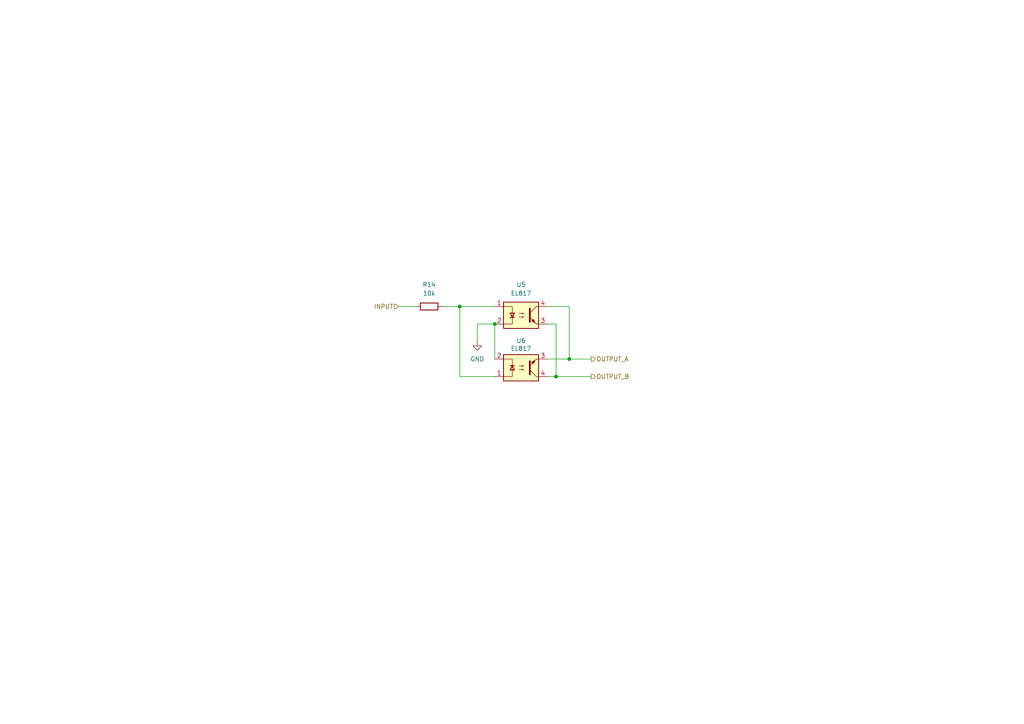
<source format=kicad_sch>
(kicad_sch (version 20231120) (generator "eeschema") (generator_version "8.0")
  (paper "A4")
  (lib_symbols
    (symbol "Device:R" (pin_numbers hide) (pin_names (offset 0))
      (property "Reference" "R" (at 2.032 0 90))
      (property "Value" "R" (at 0 0 90))
      (symbol "R_0_1"
        (rectangle (start -1.016 -2.54) (end 1.016 2.54) (stroke (width 0.254)))
      )
      (symbol "R_1_1"
        (pin passive line (at 0 3.81 270) (length 1.27) (name "~") (number "1"))
        (pin passive line (at 0 -3.81 90) (length 1.27) (name "~") (number "2"))
      )
    )
    (symbol "Isolator:EL817" (pin_names (offset 1.016))
      (property "Reference" "U" (at -5.08 5.08 0))
      (property "Value" "EL817" (at 0 5.08 0))
      (symbol "EL817_0_1"
        (rectangle (start -5.08 3.81) (end 5.08 -3.81) (stroke (width 0.254)) (fill (type background)))
        (polyline (pts (xy -3.175 -0.635) (xy -1.905 -0.635)) (stroke (width 0.254)))
        (polyline (pts (xy 2.54 0.635) (xy 4.445 2.54)))
        (polyline (pts (xy 4.445 -2.54) (xy 2.54 -0.635)) (fill (type outline)))
        (polyline (pts (xy 4.445 -2.54) (xy 5.08 -2.54)))
        (polyline (pts (xy 4.445 2.54) (xy 5.08 2.54)))
        (polyline (pts (xy -5.08 2.54) (xy -2.54 2.54) (xy -2.54 -0.635)))
        (polyline (pts (xy -2.54 -0.635) (xy -2.54 -2.54) (xy -5.08 -2.54)))
        (polyline (pts (xy 2.54 1.905) (xy 2.54 -1.905) (xy 2.54 -1.905)) (stroke (width 0.508)))
        (polyline (pts (xy -2.54 -0.635) (xy -3.175 0.635) (xy -1.905 0.635) (xy -2.54 -0.635)) (stroke (width 0.254)))
        (polyline (pts (xy -0.508 -0.508) (xy 0.762 -0.508) (xy 0.381 -0.635) (xy 0.381 -0.381) (xy 0.762 -0.508)))
        (polyline (pts (xy -0.508 0.508) (xy 0.762 0.508) (xy 0.381 0.381) (xy 0.381 0.635) (xy 0.762 0.508)))
        (polyline (pts (xy 3.048 -1.651) (xy 3.556 -1.143) (xy 4.064 -2.159) (xy 3.048 -1.651) (xy 3.048 -1.651)) (fill (type outline)))
      )
      (symbol "EL817_1_1"
        (pin passive line (at -7.62 2.54 0) (length 2.54) (name "~") (number "1"))
        (pin passive line (at -7.62 -2.54 0) (length 2.54) (name "~") (number "2"))
        (pin passive line (at 7.62 -2.54 180) (length 2.54) (name "~") (number "3"))
        (pin passive line (at 7.62 2.54 180) (length 2.54) (name "~") (number "4"))
      )
    )
    (symbol "power:GND" (power) (pin_numbers hide) (pin_names (offset 0) hide)
      (property "Value" "GND" (at 0 -3.81 0))
      (symbol "GND_0_1"
        (polyline (pts (xy 0 0) (xy 0 -1.27) (xy 1.27 -1.27) (xy 0 -2.54) (xy -1.27 -1.27) (xy 0 -1.27)))
      )
      (symbol "GND_1_1"
        (pin power_in line (at 0 0 270) (length 0) (name "~") (number "1"))
      )
    )
  )
  (junction (at 133.35 88.9))
  (junction (at 143.51 93.98))
  (junction (at 161.29 109.22))
  (junction (at 165.1 104.14))
  (wire (pts (xy 171.45 104.14) (xy 165.1 104.14)))
  (wire (pts (xy 158.75 109.22) (xy 161.29 109.22)))
  (wire (pts (xy 143.51 93.98) (xy 143.51 104.14)))
  (wire (pts (xy 161.29 93.98) (xy 161.29 109.22)))
  (wire (pts (xy 165.1 104.14) (xy 165.1 88.9)))
  (wire (pts (xy 133.35 88.9) (xy 143.51 88.9)))
  (wire (pts (xy 165.1 104.14) (xy 158.75 104.14)))
  (wire (pts (xy 161.29 109.22) (xy 171.45 109.22)))
  (wire (pts (xy 133.35 88.9) (xy 133.35 109.22)))
  (wire (pts (xy 138.43 99.06) (xy 138.43 93.98)))
  (wire (pts (xy 161.29 93.98) (xy 158.75 93.98)))
  (wire (pts (xy 165.1 88.9) (xy 158.75 88.9)))
  (wire (pts (xy 128.27 88.9) (xy 133.35 88.9)))
  (wire (pts (xy 115.57 88.9) (xy 120.65 88.9)))
  (wire (pts (xy 138.43 93.98) (xy 143.51 93.98)))
  (wire (pts (xy 133.35 109.22) (xy 143.51 109.22)))
  (hierarchical_label "OUTPUT_B" (shape output) (at 171.45 109.22 0))
  (hierarchical_label "INPUT" (shape input) (at 115.57 88.9 180))
  (hierarchical_label "OUTPUT_A" (shape output) (at 171.45 104.14 0))
  (symbol (lib_id "Isolator:EL817") (at 151.13 106.68 0) (mirror x) (unit 1)
    (property "Reference" "U4" (at 151.13 98.806 0))
    (property "Value" "EL817" (at 151.13 101.092 0))
    (property "Footprint" "Package_DIP:DIP-4_W7.62mm_SMDSocket_SmallPads" (effects (hide yes)))
    (property "Datasheet" "http://www.everlight.com/file/ProductFile/EL817.pdf" (effects (hide yes)))
    (property "Description" "DC Optocoupler, Vce 35V, DIP-4" (effects (hide yes)))
    (instances (project "cx-power-control" (path "" (reference "U6") (unit 1)) (path "" (reference "U4") (unit 1))))
  )
  (symbol (lib_id "power:GND") (at 138.43 99.06 0) (unit 1)
    (property "Reference" "#PWR027" (effects (hide yes)))
    (property "Value" "GND" (at 138.43 104.14 0))
    (property "Description" "Power symbol creates a global label with name \"GND\" , ground" (effects (hide yes)))
    (instances (project "cx-power-control" (path "" (reference "#PWR028") (unit 1)) (path "" (reference "#PWR027") (unit 1))))
  )
  (symbol (lib_id "Device:R") (at 124.46 88.9 90) (unit 1)
    (property "Reference" "R13" (at 124.46 82.55 90))
    (property "Value" "10k" (at 124.46 85.09 90))
    (property "Footprint" "Resistor_SMD:R_0805_2012Metric_Pad1.20x1.40mm_HandSolder" (effects (hide yes)))
    (property "Description" "Resistor" (effects (hide yes)))
    (instances (project "cx-power-control" (path "" (reference "R14") (unit 1)) (path "" (reference "R13") (unit 1))))
  )
  (symbol (lib_id "Isolator:EL817") (at 151.13 91.44 0) (unit 1)
    (property "Reference" "U3" (at 151.13 82.55 0))
    (property "Value" "EL817" (at 151.13 85.09 0))
    (property "Footprint" "Package_DIP:DIP-4_W7.62mm_SMDSocket_SmallPads" (effects (hide yes)))
    (property "Datasheet" "http://www.everlight.com/file/ProductFile/EL817.pdf" (effects (hide yes)))
    (property "Description" "DC Optocoupler, Vce 35V, DIP-4" (effects (hide yes)))
    (instances (project "cx-power-control" (path "" (reference "U5") (unit 1)) (path "" (reference "U3") (unit 1))))
  )
)
</source>
